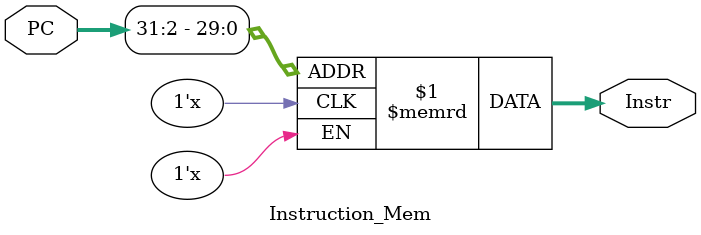
<source format=v>
module Instruction_Mem (
    input       wire        [31:0]      PC,
    output      wire        [31:0]      Instr
);

reg     [31:0]      RAM       [63:0];

assign Instr = RAM[PC[31:2]];

endmodule
</source>
